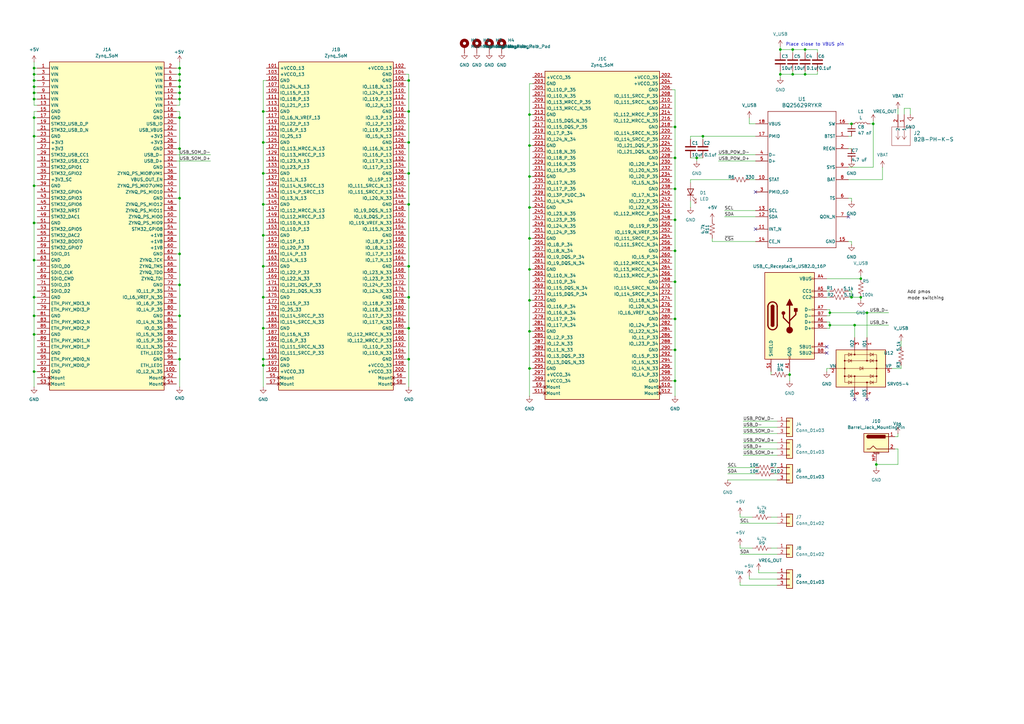
<source format=kicad_sch>
(kicad_sch (version 20250114) (generator "eeschema") (generator_version "9.0")
  (paper "A3")
  (text "Place close to VBUS pin\n" (at 334.264 18.288 0) (effects (font (size 1.27 1.27))))
  (junction (at 107.95 109.22))
  (junction (at 73.66 30.48))
  (junction (at 325.12 30.48))
  (junction (at 73.66 60.96))
  (junction (at 73.66 48.26))
  (junction (at 73.66 35.56))
  (junction (at 355.6 128.27))
  (junction (at 73.66 27.94))
  (junction (at 276.86 130.81))
  (junction (at 107.95 149.86))
  (junction (at 217.17 110.49))
  (junction (at 167.64 71.12))
  (junction (at 276.86 156.21))
  (junction (at 276.86 64.77))
  (junction (at 285.75 64.77))
  (junction (at 217.17 72.39))
  (junction (at 353.06 121.92))
  (junction (at 167.64 109.22))
  (junction (at 13.97 48.26))
  (junction (at 288.29 55.88))
  (junction (at 73.66 147.32))
  (junction (at 325.12 20.32))
  (junction (at 13.97 106.68))
  (junction (at 276.86 52.07))
  (junction (at 353.06 114.3))
  (junction (at 13.97 91.44))
  (junction (at 217.17 85.09))
  (junction (at 13.97 33.02))
  (junction (at 73.66 104.14))
  (junction (at 107.95 58.42))
  (junction (at 340.36 133.35))
  (junction (at 276.86 115.57))
  (junction (at 167.64 121.92))
  (junction (at 217.17 46.99))
  (junction (at 13.97 137.16))
  (junction (at 217.17 97.79))
  (junction (at 320.04 30.48))
  (junction (at 73.66 116.84))
  (junction (at 340.36 128.27))
  (junction (at 359.41 190.5))
  (junction (at 330.2 20.32))
  (junction (at 73.66 38.1))
  (junction (at 167.64 33.02))
  (junction (at 107.95 71.12))
  (junction (at 167.64 45.72))
  (junction (at 13.97 152.4))
  (junction (at 167.64 134.62))
  (junction (at 107.95 121.92))
  (junction (at 349.25 121.92))
  (junction (at 107.95 83.82))
  (junction (at 73.66 81.28))
  (junction (at 276.86 143.51))
  (junction (at 13.97 35.56))
  (junction (at 167.64 83.82))
  (junction (at 276.86 77.47))
  (junction (at 358.14 50.8))
  (junction (at 13.97 121.92))
  (junction (at 13.97 76.2))
  (junction (at 107.95 45.72))
  (junction (at 73.66 129.54))
  (junction (at 320.04 20.32))
  (junction (at 276.86 102.87))
  (junction (at 276.86 90.17))
  (junction (at 107.95 134.62))
  (junction (at 349.25 50.8))
  (junction (at 217.17 59.69))
  (junction (at 167.64 58.42))
  (junction (at 350.52 133.35))
  (junction (at 73.66 33.02))
  (junction (at 107.95 147.32))
  (junction (at 217.17 135.89))
  (junction (at 13.97 129.54))
  (junction (at 330.2 30.48))
  (junction (at 217.17 123.19))
  (junction (at 167.64 147.32))
  (junction (at 13.97 40.64))
  (junction (at 107.95 96.52))
  (junction (at 13.97 30.48))
  (junction (at 323.85 153.67))
  (junction (at 13.97 55.88))
  (junction (at 13.97 27.94))
  (junction (at 217.17 151.13))
  (junction (at 13.97 38.1))
  (junction (at 73.66 40.64))
  (no_connect (at 309.88 93.98))
  (no_connect (at 350.52 163.83))
  (no_connect (at 339.09 142.24))
  (no_connect (at 347.98 88.9))
  (no_connect (at 355.6 163.83))
  (no_connect (at 309.88 78.74))
  (no_connect (at 339.09 144.78))
  (wire (pts (xy 218.44 135.89) (xy 217.17 135.89)))
  (wire (pts (xy 218.44 110.49) (xy 217.17 110.49)))
  (wire (pts (xy 320.04 30.48) (xy 320.04 31.75)))
  (wire (pts (xy 347.98 55.88) (xy 349.25 55.88)))
  (wire (pts (xy 359.41 190.5) (xy 368.3 190.5)))
  (wire (pts (xy 72.39 104.14) (xy 73.66 104.14)))
  (wire (pts (xy 13.97 40.64) (xy 13.97 43.18)))
  (wire (pts (xy 369.57 149.86) (xy 369.57 151.13)))
  (wire (pts (xy 166.37 134.62) (xy 167.64 134.62)))
  (wire (pts (xy 320.04 20.32) (xy 320.04 21.59)))
  (wire (pts (xy 275.59 77.47) (xy 276.86 77.47)))
  (wire (pts (xy 304.8 175.26) (xy 318.77 175.26)))
  (wire (pts (xy 107.95 121.92) (xy 107.95 134.62)))
  (wire (pts (xy 275.59 36.83) (xy 276.86 36.83)))
  (wire (pts (xy 349.25 50.8) (xy 347.98 50.8)))
  (wire (pts (xy 294.64 63.5) (xy 309.88 63.5)))
  (wire (pts (xy 283.21 55.88) (xy 288.29 55.88)))
  (wire (pts (xy 339.09 152.4) (xy 339.09 151.13)))
  (wire (pts (xy 367.03 184.15) (xy 368.3 184.15)))
  (wire (pts (xy 275.59 52.07) (xy 276.86 52.07)))
  (wire (pts (xy 13.97 38.1) (xy 15.24 38.1)))
  (wire (pts (xy 304.8 177.8) (xy 318.77 177.8)))
  (wire (pts (xy 73.66 33.02) (xy 73.66 30.48)))
  (wire (pts (xy 15.24 76.2) (xy 13.97 76.2)))
  (wire (pts (xy 13.97 152.4) (xy 15.24 152.4)))
  (wire (pts (xy 275.59 156.21) (xy 276.86 156.21)))
  (wire (pts (xy 307.34 73.66) (xy 309.88 73.66)))
  (wire (pts (xy 217.17 151.13) (xy 218.44 151.13)))
  (wire (pts (xy 330.2 30.48) (xy 325.12 30.48)))
  (wire (pts (xy 276.86 64.77) (xy 276.86 77.47)))
  (wire (pts (xy 217.17 85.09) (xy 217.17 97.79)))
  (wire (pts (xy 167.64 109.22) (xy 167.64 121.92)))
  (wire (pts (xy 303.53 210.82) (xy 303.53 212.09)))
  (wire (pts (xy 361.95 68.58) (xy 361.95 73.66)))
  (wire (pts (xy 72.39 66.04) (xy 86.36 66.04)))
  (wire (pts (xy 218.44 85.09) (xy 217.17 85.09)))
  (wire (pts (xy 325.12 30.48) (xy 320.04 30.48)))
  (wire (pts (xy 13.97 158.75) (xy 13.97 152.4)))
  (wire (pts (xy 276.86 115.57) (xy 276.86 130.81)))
  (wire (pts (xy 350.52 133.35) (xy 340.36 133.35)))
  (wire (pts (xy 217.17 46.99) (xy 217.17 59.69)))
  (wire (pts (xy 303.53 212.09) (xy 308.61 212.09)))
  (wire (pts (xy 107.95 134.62) (xy 107.95 147.32)))
  (wire (pts (xy 369.57 139.7) (xy 369.57 142.24)))
  (wire (pts (xy 109.22 45.72) (xy 107.95 45.72)))
  (wire (pts (xy 15.24 43.18) (xy 13.97 43.18)))
  (wire (pts (xy 304.8 186.69) (xy 318.77 186.69)))
  (wire (pts (xy 13.97 27.94) (xy 15.24 27.94)))
  (wire (pts (xy 167.64 33.02) (xy 167.64 45.72)))
  (wire (pts (xy 13.97 35.56) (xy 13.97 38.1)))
  (wire (pts (xy 350.52 138.43) (xy 350.52 133.35)))
  (wire (pts (xy 72.39 40.64) (xy 73.66 40.64)))
  (wire (pts (xy 72.39 116.84) (xy 73.66 116.84)))
  (wire (pts (xy 283.21 55.88) (xy 283.21 57.15)))
  (wire (pts (xy 218.44 72.39) (xy 217.17 72.39)))
  (wire (pts (xy 285.75 64.77) (xy 285.75 66.04)))
  (wire (pts (xy 15.24 106.68) (xy 13.97 106.68)))
  (wire (pts (xy 292.1 99.06) (xy 309.88 99.06)))
  (wire (pts (xy 288.29 57.15) (xy 288.29 55.88)))
  (wire (pts (xy 72.39 48.26) (xy 73.66 48.26)))
  (wire (pts (xy 316.23 212.09) (xy 318.77 212.09)))
  (wire (pts (xy 358.14 50.8) (xy 358.14 68.58)))
  (wire (pts (xy 107.95 149.86) (xy 109.22 149.86)))
  (wire (pts (xy 325.12 29.21) (xy 325.12 30.48)))
  (wire (pts (xy 72.39 30.48) (xy 73.66 30.48)))
  (wire (pts (xy 13.97 33.02) (xy 15.24 33.02)))
  (wire (pts (xy 13.97 30.48) (xy 13.97 33.02)))
  (wire (pts (xy 13.97 33.02) (xy 13.97 35.56)))
  (wire (pts (xy 276.86 156.21) (xy 276.86 162.56)))
  (wire (pts (xy 13.97 25.4) (xy 13.97 27.94)))
  (wire (pts (xy 276.86 143.51) (xy 276.86 156.21)))
  (wire (pts (xy 13.97 121.92) (xy 13.97 129.54)))
  (wire (pts (xy 107.95 71.12) (xy 107.95 83.82)))
  (wire (pts (xy 107.95 83.82) (xy 107.95 96.52)))
  (wire (pts (xy 73.66 60.96) (xy 73.66 81.28)))
  (wire (pts (xy 217.17 59.69) (xy 217.17 72.39)))
  (wire (pts (xy 304.8 181.61) (xy 318.77 181.61)))
  (wire (pts (xy 166.37 30.48) (xy 167.64 30.48)))
  (wire (pts (xy 353.06 113.03) (xy 353.06 114.3)))
  (wire (pts (xy 276.86 102.87) (xy 276.86 115.57)))
  (wire (pts (xy 276.86 130.81) (xy 276.86 143.51)))
  (wire (pts (xy 317.5 194.31) (xy 318.77 194.31)))
  (wire (pts (xy 13.97 45.72) (xy 13.97 48.26)))
  (wire (pts (xy 166.37 147.32) (xy 167.64 147.32)))
  (wire (pts (xy 320.04 19.05) (xy 320.04 20.32)))
  (wire (pts (xy 350.52 133.35) (xy 364.49 133.35)))
  (wire (pts (xy 72.39 129.54) (xy 73.66 129.54)))
  (wire (pts (xy 294.64 66.04) (xy 309.88 66.04)))
  (wire (pts (xy 311.15 234.95) (xy 318.77 234.95)))
  (wire (pts (xy 107.95 33.02) (xy 107.95 45.72)))
  (wire (pts (xy 307.34 50.8) (xy 309.88 50.8)))
  (wire (pts (xy 347.98 73.66) (xy 361.95 73.66)))
  (wire (pts (xy 13.97 137.16) (xy 13.97 152.4)))
  (wire (pts (xy 15.24 121.92) (xy 13.97 121.92)))
  (wire (pts (xy 335.28 30.48) (xy 330.2 30.48)))
  (wire (pts (xy 320.04 29.21) (xy 320.04 30.48)))
  (wire (pts (xy 217.17 72.39) (xy 217.17 85.09)))
  (wire (pts (xy 298.45 194.31) (xy 309.88 194.31)))
  (wire (pts (xy 13.97 91.44) (xy 13.97 106.68)))
  (wire (pts (xy 72.39 35.56) (xy 73.66 35.56)))
  (wire (pts (xy 339.09 132.08) (xy 340.36 132.08)))
  (wire (pts (xy 276.86 77.47) (xy 276.86 90.17)))
  (wire (pts (xy 218.44 123.19) (xy 217.17 123.19)))
  (wire (pts (xy 288.29 55.88) (xy 309.88 55.88)))
  (wire (pts (xy 167.64 30.48) (xy 167.64 33.02)))
  (wire (pts (xy 303.53 238.76) (xy 303.53 240.03)))
  (wire (pts (xy 359.41 189.23) (xy 359.41 190.5)))
  (wire (pts (xy 283.21 64.77) (xy 285.75 64.77)))
  (wire (pts (xy 349.25 99.06) (xy 349.25 100.33)))
  (wire (pts (xy 298.45 196.85) (xy 318.77 196.85)))
  (wire (pts (xy 107.95 109.22) (xy 107.95 121.92)))
  (wire (pts (xy 109.22 83.82) (xy 107.95 83.82)))
  (wire (pts (xy 109.22 121.92) (xy 107.95 121.92)))
  (wire (pts (xy 218.44 97.79) (xy 217.17 97.79)))
  (wire (pts (xy 303.53 223.52) (xy 303.53 224.79)))
  (wire (pts (xy 109.22 134.62) (xy 107.95 134.62)))
  (wire (pts (xy 73.66 35.56) (xy 73.66 33.02)))
  (wire (pts (xy 73.66 40.64) (xy 73.66 38.1)))
  (wire (pts (xy 292.1 97.79) (xy 292.1 99.06)))
  (wire (pts (xy 13.97 55.88) (xy 13.97 76.2)))
  (wire (pts (xy 355.6 138.43) (xy 355.6 128.27)))
  (wire (pts (xy 167.64 83.82) (xy 167.64 109.22)))
  (wire (pts (xy 297.18 86.36) (xy 309.88 86.36)))
  (wire (pts (xy 330.2 20.32) (xy 335.28 20.32)))
  (wire (pts (xy 349.25 121.92) (xy 353.06 121.92)))
  (wire (pts (xy 107.95 147.32) (xy 109.22 147.32)))
  (wire (pts (xy 276.86 36.83) (xy 276.86 52.07)))
  (wire (pts (xy 73.66 27.94) (xy 72.39 27.94)))
  (wire (pts (xy 73.66 147.32) (xy 72.39 147.32)))
  (wire (pts (xy 166.37 33.02) (xy 167.64 33.02)))
  (wire (pts (xy 218.44 34.29) (xy 217.17 34.29)))
  (wire (pts (xy 13.97 48.26) (xy 13.97 55.88)))
  (wire (pts (xy 373.38 46.99) (xy 373.38 44.45)))
  (wire (pts (xy 368.3 177.8) (xy 368.3 179.07)))
  (wire (pts (xy 72.39 33.02) (xy 73.66 33.02)))
  (wire (pts (xy 15.24 91.44) (xy 13.97 91.44)))
  (wire (pts (xy 109.22 71.12) (xy 107.95 71.12)))
  (wire (pts (xy 218.44 59.69) (xy 217.17 59.69)))
  (wire (pts (xy 316.23 224.79) (xy 318.77 224.79)))
  (wire (pts (xy 167.64 147.32) (xy 167.64 158.75)))
  (wire (pts (xy 340.36 133.35) (xy 340.36 134.62)))
  (wire (pts (xy 73.66 48.26) (xy 73.66 60.96)))
  (wire (pts (xy 166.37 58.42) (xy 167.64 58.42)))
  (wire (pts (xy 340.36 128.27) (xy 340.36 129.54)))
  (wire (pts (xy 307.34 48.26) (xy 307.34 50.8)))
  (wire (pts (xy 349.25 121.92) (xy 347.98 121.92)))
  (wire (pts (xy 109.22 58.42) (xy 107.95 58.42)))
  (wire (pts (xy 13.97 129.54) (xy 13.97 137.16)))
  (wire (pts (xy 72.39 45.72) (xy 73.66 45.72)))
  (wire (pts (xy 73.66 43.18) (xy 73.66 40.64)))
  (wire (pts (xy 349.25 119.38) (xy 349.25 121.92)))
  (wire (pts (xy 368.3 184.15) (xy 368.3 190.5)))
  (wire (pts (xy 13.97 30.48) (xy 15.24 30.48)))
  (wire (pts (xy 15.24 45.72) (xy 13.97 45.72)))
  (wire (pts (xy 285.75 64.77) (xy 288.29 64.77)))
  (wire (pts (xy 217.17 110.49) (xy 217.17 123.19)))
  (wire (pts (xy 369.57 151.13) (xy 365.76 151.13)))
  (wire (pts (xy 217.17 123.19) (xy 217.17 135.89)))
  (wire (pts (xy 339.09 127) (xy 340.36 127)))
  (wire (pts (xy 107.95 149.86) (xy 107.95 147.32)))
  (wire (pts (xy 303.53 240.03) (xy 318.77 240.03)))
  (wire (pts (xy 13.97 48.26) (xy 15.24 48.26)))
  (wire (pts (xy 323.85 152.4) (xy 323.85 153.67)))
  (wire (pts (xy 15.24 129.54) (xy 13.97 129.54)))
  (wire (pts (xy 13.97 35.56) (xy 15.24 35.56)))
  (wire (pts (xy 72.39 81.28) (xy 73.66 81.28)))
  (wire (pts (xy 325.12 20.32) (xy 325.12 21.59)))
  (wire (pts (xy 72.39 38.1) (xy 73.66 38.1)))
  (wire (pts (xy 335.28 29.21) (xy 335.28 30.48)))
  (wire (pts (xy 167.64 134.62) (xy 167.64 147.32)))
  (wire (pts (xy 355.6 128.27) (xy 340.36 128.27)))
  (wire (pts (xy 340.36 121.92) (xy 339.09 121.92)))
  (wire (pts (xy 283.21 73.66) (xy 283.21 74.93)))
  (wire (pts (xy 335.28 20.32) (xy 335.28 21.59)))
  (wire (pts (xy 166.37 121.92) (xy 167.64 121.92)))
  (wire (pts (xy 304.8 184.15) (xy 318.77 184.15)))
  (wire (pts (xy 107.95 58.42) (xy 107.95 71.12)))
  (wire (pts (xy 303.53 224.79) (xy 308.61 224.79)))
  (wire (pts (xy 275.59 143.51) (xy 276.86 143.51)))
  (wire (pts (xy 217.17 135.89) (xy 217.17 151.13)))
  (wire (pts (xy 107.95 96.52) (xy 107.95 109.22)))
  (wire (pts (xy 166.37 71.12) (xy 167.64 71.12)))
  (wire (pts (xy 275.59 102.87) (xy 276.86 102.87)))
  (wire (pts (xy 330.2 21.59) (xy 330.2 20.32)))
  (wire (pts (xy 303.53 214.63) (xy 318.77 214.63)))
  (wire (pts (xy 330.2 30.48) (xy 330.2 29.21)))
  (wire (pts (xy 353.06 123.19) (xy 353.06 121.92)))
  (wire (pts (xy 217.17 34.29) (xy 217.17 46.99)))
  (wire (pts (xy 340.36 127) (xy 340.36 128.27)))
  (wire (pts (xy 166.37 83.82) (xy 167.64 83.82)))
  (wire (pts (xy 339.09 151.13) (xy 340.36 151.13)))
  (wire (pts (xy 73.66 25.4) (xy 73.66 27.94)))
  (wire (pts (xy 304.8 172.72) (xy 318.77 172.72)))
  (wire (pts (xy 73.66 81.28) (xy 73.66 104.14)))
  (wire (pts (xy 349.25 81.28) (xy 349.25 82.55)))
  (wire (pts (xy 340.36 134.62) (xy 339.09 134.62)))
  (wire (pts (xy 276.86 90.17) (xy 276.86 102.87)))
  (wire (pts (xy 72.39 63.5) (xy 86.36 63.5)))
  (wire (pts (xy 217.17 162.56) (xy 217.17 151.13)))
  (wire (pts (xy 167.64 58.42) (xy 167.64 71.12)))
  (wire (pts (xy 373.38 44.45) (xy 370.84 44.45)))
  (wire (pts (xy 166.37 45.72) (xy 167.64 45.72)))
  (wire (pts (xy 167.64 71.12) (xy 167.64 83.82)))
  (wire (pts (xy 307.34 236.22) (xy 307.34 237.49)))
  (wire (pts (xy 358.14 49.53) (xy 358.14 50.8)))
  (wire (pts (xy 367.03 179.07) (xy 368.3 179.07)))
  (wire (pts (xy 73.66 116.84) (xy 73.66 129.54)))
  (wire (pts (xy 340.36 132.08) (xy 340.36 133.35)))
  (wire (pts (xy 73.66 45.72) (xy 73.66 48.26)))
  (wire (pts (xy 347.98 81.28) (xy 349.25 81.28)))
  (wire (pts (xy 303.53 227.33) (xy 318.77 227.33)))
  (wire (pts (xy 283.21 85.09) (xy 283.21 82.55)))
  (wire (pts (xy 218.44 46.99) (xy 217.17 46.99)))
  (wire (pts (xy 73.66 104.14) (xy 73.66 116.84)))
  (wire (pts (xy 339.09 114.3) (xy 353.06 114.3)))
  (wire (pts (xy 107.95 45.72) (xy 107.95 58.42)))
  (wire (pts (xy 13.97 38.1) (xy 13.97 40.64)))
  (wire (pts (xy 340.36 119.38) (xy 339.09 119.38)))
  (wire (pts (xy 347.98 60.96) (xy 349.25 60.96)))
  (wire (pts (xy 355.6 128.27) (xy 364.49 128.27)))
  (wire (pts (xy 276.86 52.07) (xy 276.86 64.77)))
  (wire (pts (xy 347.98 99.06) (xy 349.25 99.06)))
  (wire (pts (xy 107.95 158.75) (xy 107.95 149.86)))
  (wire (pts (xy 347.98 68.58) (xy 358.14 68.58)))
  (wire (pts (xy 15.24 55.88) (xy 13.97 55.88)))
  (wire (pts (xy 275.59 115.57) (xy 276.86 115.57)))
  (wire (pts (xy 72.39 60.96) (xy 73.66 60.96)))
  (wire (pts (xy 275.59 64.77) (xy 276.86 64.77)))
  (wire (pts (xy 298.45 191.77) (xy 309.88 191.77)))
  (wire (pts (xy 73.66 158.75) (xy 73.66 147.32)))
  (wire (pts (xy 109.22 96.52) (xy 107.95 96.52)))
  (wire (pts (xy 13.97 27.94) (xy 13.97 30.48)))
  (wire (pts (xy 311.15 233.68) (xy 311.15 234.95)))
  (wire (pts (xy 320.04 20.32) (xy 325.12 20.32)))
  (wire (pts (xy 356.87 50.8) (xy 358.14 50.8)))
  (wire (pts (xy 15.24 137.16) (xy 13.97 137.16)))
  (wire (pts (xy 109.22 33.02) (xy 107.95 33.02)))
  (wire (pts (xy 217.17 97.79) (xy 217.17 110.49)))
  (wire (pts (xy 297.18 88.9) (xy 309.88 88.9)))
  (wire (pts (xy 109.22 109.22) (xy 107.95 109.22)))
  (wire (pts (xy 167.64 121.92) (xy 167.64 134.62)))
  (wire (pts (xy 166.37 109.22) (xy 167.64 109.22)))
  (wire (pts (xy 72.39 43.18) (xy 73.66 43.18)))
  (wire (pts (xy 323.85 156.21) (xy 323.85 153.67)))
  (wire (pts (xy 275.59 90.17) (xy 276.86 90.17)))
  (wire (pts (xy 307.34 237.49) (xy 318.77 237.49)))
  (wire (pts (xy 73.66 30.48) (xy 73.66 27.94)))
  (wire (pts (xy 73.66 38.1) (xy 73.66 35.56)))
  (wire (pts (xy 347.98 119.38) (xy 349.25 119.38)))
  (wire (pts (xy 73.66 129.54) (xy 73.66 147.32)))
  (wire (pts (xy 370.84 44.45) (xy 370.84 46.99)))
  (wire (pts (xy 299.72 73.66) (xy 283.21 73.66)))
  (wire (pts (xy 325.12 20.32) (xy 330.2 20.32)))
  (wire (pts (xy 368.3 44.45) (xy 368.3 46.99)))
  (wire (pts (xy 13.97 76.2) (xy 13.97 91.44)))
  (wire (pts (xy 340.36 129.54) (xy 339.09 129.54)))
  (wire (pts (xy 316.23 153.67) (xy 316.23 152.4)))
  (wire (pts (xy 275.59 130.81) (xy 276.86 130.81)))
  (wire (pts (xy 13.97 106.68) (xy 13.97 121.92)))
  (wire (pts (xy 359.41 190.5) (xy 359.41 191.77)))
  (wire (pts (xy 13.97 40.64) (xy 15.24 40.64)))
  (wire (pts (xy 317.5 191.77) (xy 318.77 191.77)))
  (wire (pts (xy 167.64 45.72) (xy 167.64 58.42)))
  (label "USB_D-" (at 304.8 175.26 0))
  (label "SCL" (at 297.18 86.36 0))
  (label "USB_D+" (at 364.49 133.35 180))
  (label "USB_POW_D+" (at 304.8 181.61 0))
  (label "USB_SOM_D+" (at 304.8 186.69 0))
  (label "mode switching" (at 372.11 123.19 0))
  (label "SDA" (at 303.53 227.33 0))
  (label "~{CSn}" (at 297.18 99.06 0))
  (label "USB_POW_D-" (at 294.64 63.5 0))
  (label "Add pmos" (at 372.11 120.65 0))
  (label "USB_POW_D-" (at 304.8 172.72 0))
  (label "SCL" (at 303.53 214.63 0))
  (label "USB_SOM_D-" (at 86.36 63.5 180))
  (label "SCL" (at 298.45 191.77 0))
  (label "USB_SOM_D+" (at 86.36 66.04 180))
  (label "USB_POW_D+" (at 294.64 66.04 0))
  (label "USB_SOM_D-" (at 304.8 177.8 0))
  (label "SDA" (at 297.18 88.9 0))
  (label "USB_D-" (at 364.49 128.27 180))
  (label "USB_D+" (at 304.8 184.15 0))
  (label "SDA" (at 298.45 194.31 0))
  (symbol (lib_id "power:GND") (at 353.06 123.19 0) (unit 1)
    (property "Reference" "#PWR013" (effects (hide yes)))
    (property "Value" "GND" (at 353.06 128.27 0))
    (property "Description" "Power symbol creates a global label with name \"GND\" , ground" (effects (hide yes)))
  )
  (symbol (lib_id "power:GND") (at 13.97 158.75 0) (unit 1)
    (property "Reference" "#PWR06" (effects (hide yes)))
    (property "Value" "GND" (at 13.97 163.83 0))
    (property "Description" "Power symbol creates a global label with name \"GND\" , ground" (effects (hide yes)))
  )
  (symbol (lib_id "Mechanical:MountingHole_Pad") (at 190.5 19.05 0) (unit 1) (exclude_from_sim yes) (in_bom no)
    (property "Reference" "H1" (at 193.04 16.5099 0) (effects (justify left)))
    (property "Value" "MountingHole_Pad" (at 193.04 19.0499 0) (effects (justify left)))
    (property "Footprint" "MountingHole:MountingHole_2.5mm_Pad_TopBottom" (effects (hide yes)))
    (property "Description" "Mounting Hole with connection" (effects (hide yes)))
  )
  (symbol (lib_id "Connector:USB_C_Receptacle_USB2.0_16P") (at 323.85 129.54 0) (unit 1)
    (property "Reference" "J3" (at 323.85 106.68 0))
    (property "Value" "USB_C_Receptacle_USB2.0_16P" (at 323.85 109.22 0))
    (property "Footprint" "Connector_USB:USB_C_Receptacle_G-Switch_GT-USB-7010ASV" (effects (hide yes)))
    (property "Datasheet" "https://www.usb.org/sites/default/files/documents/usb_type-c.zip" (effects (hide yes)))
    (property "Description" "USB 2.0-only 16P Type-C Receptacle connector" (effects (hide yes)))
  )
  (symbol (lib_id "power:+5V") (at 13.97 25.4 0) (unit 1)
    (property "Reference" "#PWR04" (effects (hide yes)))
    (property "Value" "+5V" (at 13.97 20.32 0))
    (property "Description" "Power symbol creates a global label with name \"+5V\"" (effects (hide yes)))
  )
  (symbol (lib_id "power:GND") (at 349.25 82.55 0) (unit 1)
    (property "Reference" "#PWR028" (effects (hide yes)))
    (property "Value" "GND" (at 349.25 87.63 0))
    (property "Description" "Power symbol creates a global label with name \"GND\" , ground" (effects (hide yes)))
  )
  (symbol (lib_id "Device:R_US") (at 312.42 212.09 90) (unit 1)
    (property "Reference" "R8" (at 312.42 210.058 90))
    (property "Value" "4.7k" (at 312.42 208.28 90))
    (property "Footprint" "Resistor_SMD:R_0603_1608Metric" (effects (hide yes)))
    (property "Description" "Resistor, US symbol" (effects (hide yes)))
  )
  (symbol (lib_id "power:+5V") (at 361.95 68.58 0) (unit 1)
    (property "Reference" "#PWR027" (effects (hide yes)))
    (property "Value" "VBAT" (at 361.95 63.5 0))
    (property "Description" "Power symbol creates a global label with name \"+5V\"" (effects (hide yes)))
  )
  (symbol (lib_id "power:+5V") (at 303.53 223.52 0) (unit 1)
    (property "Reference" "#PWR025" (effects (hide yes)))
    (property "Value" "+5V" (at 303.53 218.44 0))
    (property "Description" "Power symbol creates a global label with name \"+5V\"" (effects (hide yes)))
  )
  (symbol (lib_id "symbol_Zynq_SoM:Zynq_SoM") (at 109.22 27.94 0) (unit 2)
    (property "Reference" "J1" (at 137.795 20.32 0))
    (property "Value" "Zynq_SoM" (at 137.795 22.86 0))
    (property "Footprint" "footprint_Zynq_SoM:Zynq_SoM" (effects (hide yes)))
  )
  (symbol (lib_id "Device:C") (at 325.12 25.4 0) (unit 1)
    (property "Reference" "C5" (at 325.628 23.114 0) (effects (justify left)))
    (property "Value" "10uf" (at 325.628 27.94 0) (effects (justify left)))
    (property "Footprint" "Capacitor_SMD:C_0603_1608Metric" (effects (hide yes)))
    (property "Description" "Unpolarized capacitor" (effects (hide yes)))
  )
  (symbol (lib_id "JST_Pins:B2B-PH-K-S") (at 370.84 46.99 270) (unit 1)
    (property "Reference" "J2" (at 374.65 54.6099 90) (effects (font (size 1.524 1.524)) (justify left)))
    (property "Value" "B2B-PH-K-S" (at 374.65 57.1499 90) (effects (font (size 1.524 1.524)) (justify left)))
    (property "Footprint" "JST_Pins:CONN2_B2B-PH-K-S_JST" (effects (hide yes)))
    (property "Datasheet" "B2B-PH-K-S" (effects (hide yes)))
  )
  (symbol (lib_id "Device:C") (at 320.04 25.4 0) (unit 1)
    (property "Reference" "C3" (at 320.548 23.114 0) (effects (justify left)))
    (property "Value" "10uf" (at 320.548 27.94 0) (effects (justify left)))
    (property "Footprint" "Capacitor_SMD:C_0603_1608Metric" (effects (hide yes)))
    (property "Description" "Unpolarized capacitor" (effects (hide yes)))
  )
  (symbol (lib_id "power:+5V") (at 292.1 90.17 0) (unit 1)
    (property "Reference" "#PWR034" (effects (hide yes)))
    (property "Value" "+5V" (at 292.1 85.09 0))
    (property "Description" "Power symbol creates a global label with name \"+5V\"" (effects (hide yes)))
  )
  (symbol (lib_id "Connector_Generic:Conn_01x03") (at 323.85 237.49 0) (unit 1)
    (property "Reference" "J9" (at 326.39 236.2199 0) (effects (justify left)))
    (property "Value" "Conn_01x03" (at 326.39 238.7599 0) (effects (justify left)))
    (property "Footprint" "Connector_PinHeader_2.54mm:PinHeader_1x03_P2.54mm_Vertical" (effects (hide yes)))
    (property "Description" "Generic connector, single row, 01x03, script generated (kicad-library-utils/schlib/autogen/connector/)" (effects (hide yes)))
  )
  (symbol (lib_id "power:GND") (at 349.25 100.33 0) (unit 1)
    (property "Reference" "#PWR02" (effects (hide yes)))
    (property "Value" "GND" (at 349.25 105.41 0))
    (property "Description" "Power symbol creates a global label with name \"GND\" , ground" (effects (hide yes)))
  )
  (symbol (lib_id "BQ25629RYKR:BQ25629RYKR") (at 309.88 50.8 0) (unit 1)
    (property "Reference" "U1" (at 328.93 40.64 0) (effects (font (size 1.524 1.524))))
    (property "Value" "BQ25629RYKR" (at 328.93 43.18 0) (effects (font (size 1.524 1.524))))
    (property "Footprint" "BQ25629RYKR:RYK0018A-MFG" (effects (hide yes)))
    (property "Datasheet" "https://www.ti.com/lit/gpn/bq25629" (effects (hide yes)))
  )
  (symbol (lib_id "Connector_Generic:Conn_01x02") (at 323.85 224.79 0) (unit 1)
    (property "Reference" "J8" (at 326.39 224.7899 0) (effects (justify left)))
    (property "Value" "Conn_01x02" (at 326.39 227.3299 0) (effects (justify left)))
    (property "Footprint" "Connector_PinHeader_2.54mm:PinHeader_1x02_P2.54mm_Vertical" (effects (hide yes)))
    (property "Description" "Generic connector, single row, 01x02, script generated (kicad-library-utils/schlib/autogen/connector/)" (effects (hide yes)))
  )
  (symbol (lib_id "Connector_Generic:Conn_01x03") (at 323.85 184.15 0) (unit 1)
    (property "Reference" "J5" (at 326.39 182.8799 0) (effects (justify left)))
    (property "Value" "Conn_01x03" (at 326.39 185.4199 0) (effects (justify left)))
    (property "Footprint" "Connector_PinHeader_2.54mm:PinHeader_1x03_P2.54mm_Vertical" (effects (hide yes)))
    (property "Description" "Generic connector, single row, 01x03, script generated (kicad-library-utils/schlib/autogen/connector/)" (effects (hide yes)))
  )
  (symbol (lib_id "Connector_Generic:Conn_01x03") (at 323.85 175.26 0) (unit 1)
    (property "Reference" "J4" (at 326.39 173.9899 0) (effects (justify left)))
    (property "Value" "Conn_01x03" (at 326.39 176.5299 0) (effects (justify left)))
    (property "Footprint" "Connector_PinHeader_2.54mm:PinHeader_1x03_P2.54mm_Vertical" (effects (hide yes)))
    (property "Description" "Generic connector, single row, 01x03, script generated (kicad-library-utils/schlib/autogen/connector/)" (effects (hide yes)))
  )
  (symbol (lib_id "power:GND") (at 276.86 162.56 0) (unit 1)
    (property "Reference" "#PWR011" (effects (hide yes)))
    (property "Value" "GND" (at 276.86 167.64 0))
    (property "Description" "Power symbol creates a global label with name \"GND\" , ground" (effects (hide yes)))
  )
  (symbol (lib_id "Connector_Generic:Conn_01x02") (at 323.85 212.09 0) (unit 1)
    (property "Reference" "J7" (at 326.39 212.0899 0) (effects (justify left)))
    (property "Value" "Conn_01x02" (at 326.39 214.6299 0) (effects (justify left)))
    (property "Footprint" "Connector_PinHeader_2.54mm:PinHeader_1x02_P2.54mm_Vertical" (effects (hide yes)))
    (property "Description" "Generic connector, single row, 01x02, script generated (kicad-library-utils/schlib/autogen/connector/)" (effects (hide yes)))
  )
  (symbol (lib_id "Device:C") (at 288.29 60.96 0) (unit 1)
    (property "Reference" "C2" (at 288.544 58.674 0) (effects (justify left)))
    (property "Value" "0.1uf" (at 288.798 63.5 0) (effects (justify left)))
    (property "Footprint" "Capacitor_SMD:C_0603_1608Metric" (effects (hide yes)))
    (property "Description" "Unpolarized capacitor" (effects (hide yes)))
  )
  (symbol (lib_id "power:GND") (at 217.17 162.56 0) (unit 1)
    (property "Reference" "#PWR010" (effects (hide yes)))
    (property "Value" "GND" (at 217.17 167.64 0))
    (property "Description" "Power symbol creates a global label with name \"GND\" , ground" (effects (hide yes)))
  )
  (symbol (lib_id "power:+5V") (at 303.53 238.76 0) (unit 1)
    (property "Reference" "#PWR031" (effects (hide yes)))
    (property "Value" "Vps" (at 303.276 234.696 0))
    (property "Description" "Power symbol creates a global label with name \"+5V\"" (effects (hide yes)))
  )
  (symbol (lib_id "power:+5V") (at 73.66 25.4 0) (unit 1)
    (property "Reference" "#PWR05" (effects (hide yes)))
    (property "Value" "+5V" (at 73.406 21.336 0))
    (property "Description" "Power symbol creates a global label with name \"+5V\"" (effects (hide yes)))
  )
  (symbol (lib_id "power:GND") (at 359.41 191.77 0) (unit 1)
    (property "Reference" "#PWR032" (effects (hide yes)))
    (property "Value" "GND" (at 359.41 196.85 0))
    (property "Description" "Power symbol creates a global label with name \"GND\" , ground" (effects (hide yes)))
  )
  (symbol (lib_id "Device:R_US") (at 344.17 119.38 270) (unit 1)
    (property "Reference" "R1" (at 340.36 118.11 90))
    (property "Value" "5.1k" (at 347.98 118.364 90))
    (property "Footprint" "Resistor_SMD:R_0603_1608Metric" (effects (hide yes)))
    (property "Description" "Resistor, US symbol" (effects (hide yes)))
  )
  (symbol (lib_id "Device:C") (at 330.2 25.4 0) (unit 1)
    (property "Reference" "C4" (at 330.454 23.114 0) (effects (justify left)))
    (property "Value" "0.1uf" (at 330.708 27.94 0) (effects (justify left)))
    (property "Footprint" "Capacitor_SMD:C_0603_1608Metric" (effects (hide yes)))
    (property "Description" "Unpolarized capacitor" (effects (hide yes)))
  )
  (symbol (lib_id "power:GND") (at 73.66 158.75 0) (unit 1)
    (property "Reference" "#PWR09" (effects (hide yes)))
    (property "Value" "GND" (at 73.66 163.322 0))
    (property "Description" "Power symbol creates a global label with name \"GND\" , ground" (effects (hide yes)))
  )
  (symbol (lib_id "power:+5V") (at 303.53 210.82 0) (unit 1)
    (property "Reference" "#PWR024" (effects (hide yes)))
    (property "Value" "+5V" (at 303.53 205.74 0))
    (property "Description" "Power symbol creates a global label with name \"+5V\"" (effects (hide yes)))
  )
  (symbol (lib_id "Device:C_Small") (at 349.25 53.34 0) (unit 1)
    (property "Reference" "C8" (at 351.79 52.0762 0) (effects (justify left)))
    (property "Value" "47 nF" (at 351.79 54.6162 0) (effects (justify left)))
    (property "Footprint" "Capacitor_SMD:C_0603_1608Metric" (effects (hide yes)))
    (property "Description" "Unpolarized capacitor, small symbol" (effects (hide yes)))
  )
  (symbol (lib_id "power:GND") (at 349.25 66.04 0) (unit 1)
    (property "Reference" "#PWR026" (effects (hide yes)))
    (property "Value" "GND" (at 349.25 71.12 0))
    (property "Description" "Power symbol creates a global label with name \"GND\" , ground" (effects (hide yes)))
  )
  (symbol (lib_id "power:+5V") (at 307.34 48.26 0) (unit 1)
    (property "Reference" "#PWR015" (effects (hide yes)))
    (property "Value" "V_USB" (at 307.34 43.18 0))
    (property "Description" "Power symbol creates a global label with name \"+5V\"" (effects (hide yes)))
  )
  (symbol (lib_id "Device:R_US") (at 369.57 146.05 0) (unit 1)
    (property "Reference" "R3" (at 368.554 149.606 90))
    (property "Value" "5.1k" (at 368.554 141.986 90))
    (property "Footprint" "Resistor_SMD:R_0603_1608Metric" (effects (hide yes)))
    (property "Description" "Resistor, US symbol" (effects (hide yes)))
  )
  (symbol (lib_id "Device:R_US") (at 303.53 73.66 270) (unit 1)
    (property "Reference" "R6" (at 299.974 72.644 90))
    (property "Value" "330" (at 307.594 72.644 90))
    (property "Footprint" "Resistor_SMD:R_0603_1608Metric" (effects (hide yes)))
    (property "Description" "Resistor, US symbol" (effects (hide yes)))
  )
  (symbol (lib_id "power:GND") (at 320.04 31.75 0) (unit 1)
    (property "Reference" "#PWR020" (effects (hide yes)))
    (property "Value" "GND" (at 320.04 36.83 0))
    (property "Description" "Power symbol creates a global label with name \"GND\" , ground" (effects (hide yes)))
  )
  (symbol (lib_id "Device:L") (at 353.06 50.8 90) (unit 1)
    (property "Reference" "L1" (at 353.06 45.72 90))
    (property "Value" "L" (at 353.06 48.26 90))
    (property "Footprint" "Inductor_SMD:L_1008_2520Metric_Pad1.43x2.20mm_HandSolder" (effects (hide yes)))
    (property "Description" "Inductor" (effects (hide yes)))
  )
  (symbol (lib_id "power:GND") (at 190.5 21.59 0) (unit 1)
    (property "Reference" "#PWR035" (effects (hide yes)))
    (property "Value" "GND" (at 190.5 26.67 0))
    (property "Description" "Power symbol creates a global label with name \"GND\" , ground" (effects (hide yes)))
  )
  (symbol (lib_id "symbol_Zynq_SoM:Zynq_SoM") (at 15.24 27.94 0) (unit 1)
    (property "Reference" "J1" (at 43.815 20.32 0))
    (property "Value" "Zynq_SoM" (at 43.815 22.86 0))
    (property "Footprint" "footprint_Zynq_SoM:Zynq_SoM" (effects (hide yes)))
  )
  (symbol (lib_id "power:+5V") (at 320.04 19.05 0) (unit 1)
    (property "Reference" "#PWR019" (effects (hide yes)))
    (property "Value" "V_USB" (at 320.04 13.97 0))
    (property "Description" "Power symbol creates a global label with name \"+5V\"" (effects (hide yes)))
  )
  (symbol (lib_id "Device:R_US") (at 320.04 153.67 90) (unit 1)
    (property "Reference" "R4" (at 320.04 151.638 90))
    (property "Value" "1M" (at 320.04 149.86 90))
    (property "Footprint" "Resistor_SMD:R_0603_1608Metric" (effects (hide yes)))
    (property "Description" "Resistor, US symbol" (effects (hide yes)))
  )
  (symbol (lib_id "power:GND") (at 200.66 21.59 0) (unit 1)
    (property "Reference" "#PWR037" (effects (hide yes)))
    (property "Value" "GND" (at 200.66 26.67 0))
    (property "Description" "Power symbol creates a global label with name \"GND\" , ground" (effects (hide yes)))
  )
  (symbol (lib_id "Connector:Barrel_Jack_MountingPin") (at 359.41 181.61 0) (unit 1)
    (property "Reference" "J10" (at 359.41 172.72 0))
    (property "Value" "Barrel_Jack_MountingPin" (at 359.41 175.26 0))
    (property "Footprint" "Connector_BarrelJack:BarrelJack_Horizontal" (effects (hide yes)))
    (property "Description" "DC Barrel Jack with a mounting pin" (effects (hide yes)))
  )
  (symbol (lib_id "Device:R_US") (at 344.17 121.92 270) (unit 1)
    (property "Reference" "R2" (at 340.614 120.904 90))
    (property "Value" "5.1k" (at 348.234 120.904 90))
    (property "Footprint" "Resistor_SMD:R_0603_1608Metric" (effects (hide yes)))
    (property "Description" "Resistor, US symbol" (effects (hide yes)))
  )
  (symbol (lib_id "Mechanical:MountingHole_Pad") (at 195.58 19.05 0) (unit 1) (exclude_from_sim yes) (in_bom no)
    (property "Reference" "H2" (at 198.12 16.5099 0) (effects (justify left)))
    (property "Value" "MountingHole_Pad" (at 198.12 19.0499 0) (effects (justify left)))
    (property "Footprint" "MountingHole:MountingHole_2.5mm_Pad_TopBottom" (effects (hide yes)))
    (property "Description" "Mounting Hole with connection" (effects (hide yes)))
  )
  (symbol (lib_id "power:+5V") (at 368.3 44.45 0) (unit 1)
    (property "Reference" "#PWR017" (effects (hide yes)))
    (property "Value" "VBAT" (at 368.3 39.37 0))
    (property "Description" "Power symbol creates a global label with name \"+5V\"" (effects (hide yes)))
  )
  (symbol (lib_id "power:+5V") (at 368.3 177.8 0) (unit 1)
    (property "Reference" "#PWR033" (effects (hide yes)))
    (property "Value" "Vps" (at 368.046 173.736 0))
    (property "Description" "Power symbol creates a global label with name \"+5V\"" (effects (hide yes)))
  )
  (symbol (lib_id "Device:R_US") (at 313.69 191.77 90) (unit 1)
    (property "Reference" "R7" (at 317.246 190.754 90))
    (property "Value" "10K" (at 309.372 190.754 90))
    (property "Footprint" "Resistor_SMD:R_0603_1608Metric" (effects (hide yes)))
    (property "Description" "Resistor, US symbol" (effects (hide yes)))
  )
  (symbol (lib_id "symbol_Zynq_SoM:Zynq_SoM") (at 218.44 31.75 0) (unit 3)
    (property "Reference" "J1" (at 247.015 24.13 0))
    (property "Value" "Zynq_SoM" (at 247.015 26.67 0))
    (property "Footprint" "footprint_Zynq_SoM:Zynq_SoM" (effects (hide yes)))
  )
  (symbol (lib_id "power:+5V") (at 369.57 139.7 0) (unit 1)
    (property "Reference" "#PWR016" (effects (hide yes)))
    (property "Value" "V_USB" (at 369.57 134.62 0))
    (property "Description" "Power symbol creates a global label with name \"+5V\"" (effects (hide yes)))
  )
  (symbol (lib_id "power:GND") (at 373.38 46.99 0) (unit 1)
    (property "Reference" "#PWR018" (effects (hide yes)))
    (property "Value" "GND" (at 373.38 52.07 0))
    (property "Description" "Power symbol creates a global label with name \"GND\" , ground" (effects (hide yes)))
  )
  (symbol (lib_id "Device:LED") (at 283.21 78.74 90) (unit 1)
    (property "Reference" "D1" (at 287.02 79.0574 90) (effects (justify right)))
    (property "Value" "LED" (at 287.02 81.5974 90) (effects (justify right)))
    (property "Footprint" "LED_SMD:LED_0805_2012Metric" (effects (hide yes)))
    (property "Description" "Light emitting diode" (effects (hide yes)))
    (property "Sim.Pins" "1=K 2=A" (effects (hide yes)))
  )
  (symbol (lib_id "power:GND") (at 339.09 152.4 0) (unit 1)
    (property "Reference" "#PWR014" (effects (hide yes)))
    (property "Value" "GND" (at 339.09 157.48 0))
    (property "Description" "Power symbol creates a global label with name \"GND\" , ground" (effects (hide yes)))
  )
  (symbol (lib_id "Device:C") (at 335.28 25.4 0) (unit 1)
    (property "Reference" "C6" (at 335.534 23.114 0) (effects (justify left)))
    (property "Value" "0.1uf" (at 335.788 27.94 0) (effects (justify left)))
    (property "Footprint" "Capacitor_SMD:C_0603_1608Metric" (effects (hide yes)))
    (property "Description" "Unpolarized capacitor" (effects (hide yes)))
  )
  (symbol (lib_id "power:GND") (at 205.74 21.59 0) (unit 1)
    (property "Reference" "#PWR038" (effects (hide yes)))
    (property "Value" "GND" (at 205.74 26.67 0))
    (property "Description" "Power symbol creates a global label with name \"GND\" , ground" (effects (hide yes)))
  )
  (symbol (lib_id "power:GND") (at 167.64 158.75 0) (unit 1)
    (property "Reference" "#PWR08" (effects (hide yes)))
    (property "Value" "GND" (at 167.64 163.83 0))
    (property "Description" "Power symbol creates a global label with name \"GND\" , ground" (effects (hide yes)))
  )
  (symbol (lib_name "R_US_1") (lib_id "Device:R_US") (at 353.06 118.11 0) (unit 1)
    (property "Reference" "R5" (at 355.092 115.316 0))
    (property "Value" "100k" (at 355.854 120.904 0))
    (property "Footprint" "Resistor_SMD:R_0603_1608Metric" (effects (hide yes)))
    (property "Description" "Resistor, US symbol" (effects (hide yes)))
  )
  (symbol (lib_id "power:GND") (at 285.75 66.04 0) (unit 1)
    (property "Reference" "#PWR021" (effects (hide yes)))
    (property "Value" "GND" (at 285.75 71.12 0))
    (property "Description" "Power symbol creates a global label with name \"GND\" , ground" (effects (hide yes)))
  )
  (symbol (lib_id "Power_Protection:SRV05-4") (at 353.06 151.13 270) (unit 1)
    (property "Reference" "U12" (at 364.49 144.78 90))
    (property "Value" "SRV05-4" (at 368.3 157.48 90))
    (property "Footprint" "Package_TO_SOT_SMD:SOT-23-6" (effects (hide yes)))
    (property "Datasheet" "http://www.onsemi.com/pub/Collateral/SRV05-4-D.PDF" (effects (hide yes)))
    (property "LCSC" "C85364" (effects (hide yes)))
  )
  (symbol (lib_id "power:+5V") (at 353.06 113.03 0) (unit 1)
    (property "Reference" "#PWR012" (effects (hide yes)))
    (property "Value" "V_USB" (at 353.06 107.95 0))
    (property "Description" "Power symbol creates a global label with name \"+5V\"" (effects (hide yes)))
  )
  (symbol (lib_id "power:GND") (at 283.21 85.09 0) (unit 1)
    (property "Reference" "#PWR022" (effects (hide yes)))
    (property "Value" "GND" (at 283.21 90.17 0))
    (property "Description" "Power symbol creates a global label with name \"GND\" , ground" (effects (hide yes)))
  )
  (symbol (lib_id "Device:C_Small") (at 349.25 63.5 0) (unit 1)
    (property "Reference" "C7" (at 349.25 61.722 0) (effects (justify left)))
    (property "Value" "4.7 uF" (at 349.25 65.532 0) (effects (justify left)))
    (property "Footprint" "Capacitor_SMD:C_0603_1608Metric" (effects (hide yes)))
    (property "Description" "Unpolarized capacitor, small symbol" (effects (hide yes)))
  )
  (symbol (lib_id "power:GND") (at 107.95 158.75 0) (unit 1)
    (property "Reference" "#PWR07" (effects (hide yes)))
    (property "Value" "GND" (at 107.95 163.83 0))
    (property "Description" "Power symbol creates a global label with name \"GND\" , ground" (effects (hide yes)))
  )
  (symbol (lib_id "Mechanical:MountingHole_Pad") (at 205.74 19.05 0) (unit 1) (exclude_from_sim yes) (in_bom no)
    (property "Reference" "H4" (at 208.28 16.5099 0) (effects (justify left)))
    (property "Value" "MountingHole_Pad" (at 208.28 19.0499 0) (effects (justify left)))
    (property "Footprint" "MountingHole:MountingHole_2.5mm_Pad_TopBottom" (effects (hide yes)))
    (property "Description" "Mounting Hole with connection" (effects (hide yes)))
  )
  (symbol (lib_id "Device:R_US") (at 292.1 93.98 180) (unit 1)
    (property "Reference" "R11" (at 290.068 93.98 90))
    (property "Value" "4.7k" (at 288.29 93.98 90))
    (property "Footprint" "Resistor_SMD:R_0603_1608Metric" (effects (hide yes)))
    (property "Description" "Resistor, US symbol" (effects (hide yes)))
  )
  (symbol (lib_id "Connector_Generic:Conn_01x03") (at 323.85 194.31 0) (unit 1)
    (property "Reference" "J6" (at 326.39 193.0399 0) (effects (justify left)))
    (property "Value" "Conn_01x03" (at 326.39 195.5799 0) (effects (justify left)))
    (property "Footprint" "Connector_PinHeader_2.54mm:PinHeader_1x03_P2.54mm_Vertical" (effects (hide yes)))
    (property "Description" "Generic connector, single row, 01x03, script generated (kicad-library-utils/schlib/autogen/connector/)" (effects (hide yes)))
  )
  (symbol (lib_id "Device:C") (at 283.21 60.96 0) (unit 1)
    (property "Reference" "C1" (at 283.718 58.674 0) (effects (justify left)))
    (property "Value" "10uf" (at 283.718 63.5 0) (effects (justify left)))
    (property "Footprint" "Capacitor_SMD:C_0603_1608Metric" (effects (hide yes)))
    (property "Description" "Unpolarized capacitor" (effects (hide yes)))
  )
  (symbol (lib_id "Device:R_US") (at 313.69 194.31 90) (unit 1)
    (property "Reference" "R10" (at 318.008 193.294 90))
    (property "Value" "10K" (at 309.372 193.294 90))
    (property "Footprint" "Resistor_SMD:R_0603_1608Metric" (effects (hide yes)))
    (property "Description" "Resistor, US symbol" (effects (hide yes)))
  )
  (symbol (lib_id "power:+5V") (at 358.14 49.53 0) (unit 1)
    (property "Reference" "#PWR03" (effects (hide yes)))
    (property "Value" "VREG_OUT" (at 358.14 45.72 0) (effects (justify left)))
    (property "Description" "Power symbol creates a global label with name \"+5V\"" (effects (hide yes)))
  )
  (symbol (lib_id "Device:R_US") (at 312.42 224.79 90) (unit 1)
    (property "Reference" "R9" (at 312.42 222.758 90))
    (property "Value" "4.7k" (at 312.42 220.98 90))
    (property "Footprint" "Resistor_SMD:R_0603_1608Metric" (effects (hide yes)))
    (property "Description" "Resistor, US symbol" (effects (hide yes)))
  )
  (symbol (lib_id "power:GND") (at 323.85 156.21 0) (unit 1)
    (property "Reference" "#PWR01" (effects (hide yes)))
    (property "Value" "GND" (at 323.85 161.29 0))
    (property "Description" "Power symbol creates a global label with name \"GND\" , ground" (effects (hide yes)))
  )
  (symbol (lib_id "power:GND") (at 195.58 21.59 0) (unit 1)
    (property "Reference" "#PWR036" (effects (hide yes)))
    (property "Value" "GND" (at 195.58 26.67 0))
    (property "Description" "Power symbol creates a global label with name \"GND\" , ground" (effects (hide yes)))
  )
  (symbol (lib_id "power:GND") (at 298.45 196.85 0) (unit 1)
    (property "Reference" "#PWR023" (effects (hide yes)))
    (property "Value" "GND" (at 298.45 201.93 0))
    (property "Description" "Power symbol creates a global label with name \"GND\" , ground" (effects (hide yes)))
  )
  (symbol (lib_id "Mechanical:MountingHole_Pad") (at 200.66 19.05 0) (unit 1) (exclude_from_sim yes) (in_bom no)
    (property "Reference" "H3" (at 203.2 16.5099 0) (effects (justify left)))
    (property "Value" "MountingHole_Pad" (at 203.2 19.0499 0) (effects (justify left)))
    (property "Footprint" "MountingHole:MountingHole_2.5mm_Pad_TopBottom" (effects (hide yes)))
    (property "Description" "Mounting Hole with connection" (effects (hide yes)))
  )
  (symbol (lib_id "power:+5V") (at 307.34 236.22 0) (unit 1)
    (property "Reference" "#PWR030" (effects (hide yes)))
    (property "Value" "+5V" (at 307.086 232.156 0))
    (property "Description" "Power symbol creates a global label with name \"+5V\"" (effects (hide yes)))
  )
  (symbol (lib_id "power:+5V") (at 311.15 233.68 0) (unit 1)
    (property "Reference" "#PWR029" (effects (hide yes)))
    (property "Value" "VREG_OUT" (at 311.15 229.87 0) (effects (justify left)))
    (property "Description" "Power symbol creates a global label with name \"+5V\"" (effects (hide yes)))
  )
)
</source>
